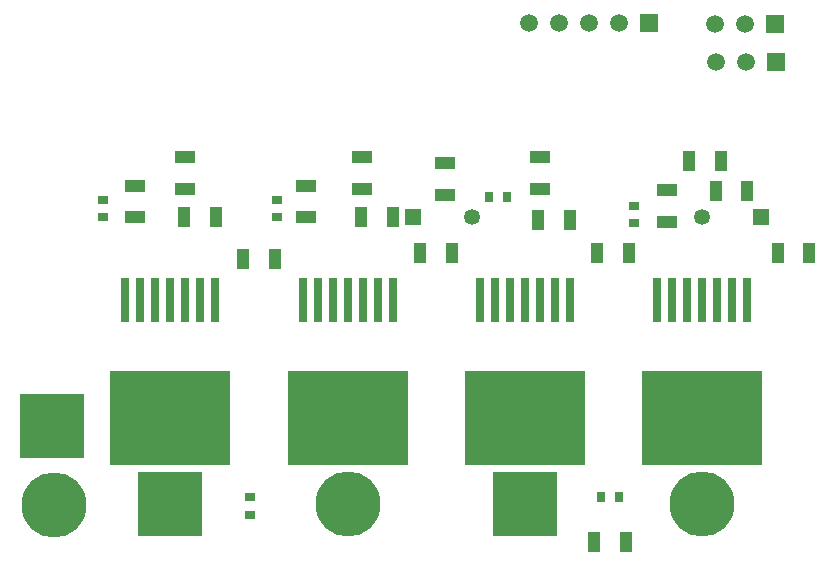
<source format=gbr>
G04 Layer_Color=255*
%FSLAX42Y42*%
%MOMM*%
%TF.FileFunction,Pads,Bot*%
%TF.Part,Single*%
G01*
G75*
%TA.AperFunction,SMDPad,CuDef*%
%ADD11R,1.70X1.10*%
%ADD13R,0.70X0.90*%
%ADD14R,0.90X0.70*%
%ADD16R,1.10X1.70*%
%TA.AperFunction,ComponentPad*%
%ADD28R,1.50X1.50*%
%ADD29C,1.50*%
%ADD30R,5.50X5.50*%
%ADD31C,5.50*%
%ADD32R,5.50X5.50*%
%ADD33C,1.35*%
%ADD34R,1.35X1.35*%
%TA.AperFunction,SMDPad,CuDef*%
%ADD38R,10.25X8.00*%
%ADD39R,0.80X3.70*%
D11*
X2650Y3195D02*
D03*
Y2925D02*
D03*
X1625Y3435D02*
D03*
Y3165D02*
D03*
X1200Y3195D02*
D03*
Y2925D02*
D03*
X3125Y3435D02*
D03*
Y3165D02*
D03*
X3825Y3385D02*
D03*
Y3115D02*
D03*
X4625Y3435D02*
D03*
Y3165D02*
D03*
X5700Y3160D02*
D03*
Y2890D02*
D03*
D13*
X5294Y562D02*
D03*
X5144D02*
D03*
X4350Y3100D02*
D03*
X4200D02*
D03*
D14*
X2400Y3075D02*
D03*
Y2925D02*
D03*
X2169Y406D02*
D03*
Y556D02*
D03*
X925Y3075D02*
D03*
Y2925D02*
D03*
X5425Y3025D02*
D03*
Y2875D02*
D03*
D16*
X6160Y3400D02*
D03*
X5890D02*
D03*
X5356Y181D02*
D03*
X5086D02*
D03*
X6910Y2625D02*
D03*
X6640D02*
D03*
X2385Y2575D02*
D03*
X2115D02*
D03*
X1615Y2925D02*
D03*
X1885D02*
D03*
X3115D02*
D03*
X3385D02*
D03*
X3885Y2625D02*
D03*
X3615D02*
D03*
X4615Y2900D02*
D03*
X4885D02*
D03*
X5385Y2625D02*
D03*
X5115D02*
D03*
X6115Y3150D02*
D03*
X6385D02*
D03*
D28*
X6623Y4238D02*
D03*
X6621Y4562D02*
D03*
X5554Y4575D02*
D03*
D29*
X6369Y4238D02*
D03*
X6115D02*
D03*
X6112Y4562D02*
D03*
X6367D02*
D03*
X4538Y4575D02*
D03*
X4792D02*
D03*
X5046D02*
D03*
X5300D02*
D03*
D30*
X500Y1157D02*
D03*
D31*
X512Y488D02*
D03*
X6000Y500D02*
D03*
X3000D02*
D03*
D32*
X4500D02*
D03*
X1500D02*
D03*
D33*
X4050Y2925D02*
D03*
X6000Y2925D02*
D03*
D34*
X3550D02*
D03*
X6500Y2925D02*
D03*
D38*
X1500Y1225D02*
D03*
X4500D02*
D03*
X6000Y1225D02*
D03*
X3000D02*
D03*
D39*
X1881Y2225D02*
D03*
X1754D02*
D03*
X1627D02*
D03*
X1500D02*
D03*
X1373D02*
D03*
X1246D02*
D03*
X1119D02*
D03*
X4881D02*
D03*
X4754D02*
D03*
X4627D02*
D03*
X4500D02*
D03*
X4373D02*
D03*
X4246D02*
D03*
X4119D02*
D03*
X6381Y2225D02*
D03*
X6254D02*
D03*
X6127D02*
D03*
X6000D02*
D03*
X5873D02*
D03*
X5746D02*
D03*
X5619D02*
D03*
X3381D02*
D03*
X3254D02*
D03*
X3127D02*
D03*
X3000D02*
D03*
X2873D02*
D03*
X2746D02*
D03*
X2619D02*
D03*
%TF.MD5,0cfe34a33bdf2b2ece4525be301acb5c*%
M02*

</source>
